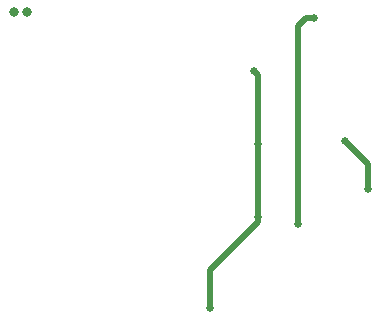
<source format=gbr>
G04 #@! TF.GenerationSoftware,KiCad,Pcbnew,(5.1.5)-3*
G04 #@! TF.CreationDate,2020-04-30T10:37:25-04:00*
G04 #@! TF.ProjectId,Smart Outlet Updated,536d6172-7420-44f7-9574-6c6574205570,rev?*
G04 #@! TF.SameCoordinates,PX4ed8d08PY6a57250*
G04 #@! TF.FileFunction,Copper,L2,Bot*
G04 #@! TF.FilePolarity,Positive*
%FSLAX46Y46*%
G04 Gerber Fmt 4.6, Leading zero omitted, Abs format (unit mm)*
G04 Created by KiCad (PCBNEW (5.1.5)-3) date 2020-04-30 10:37:25*
%MOMM*%
%LPD*%
G04 APERTURE LIST*
%ADD10C,0.800000*%
%ADD11C,0.635000*%
%ADD12C,0.508000*%
G04 APERTURE END LIST*
D10*
X12001500Y37846000D03*
X13144500Y37846000D03*
D11*
X32645600Y26702000D03*
X32658300Y20529300D03*
X28600400Y12852400D03*
X32308800Y32867600D03*
X37439600Y37388800D03*
X36068000Y19913600D03*
X40030400Y26974800D03*
X42011600Y22860000D03*
D12*
X32645600Y20542000D02*
X32658300Y20529300D01*
X32645600Y26702000D02*
X32645600Y20542000D01*
X32658300Y20080288D02*
X28600400Y16022388D01*
X32658300Y20529300D02*
X32658300Y20080288D01*
X28600400Y16022388D02*
X28600400Y12852400D01*
X28600400Y12852400D02*
X28600400Y12852400D01*
X32664400Y32512000D02*
X32308800Y32867600D01*
X32645600Y26702000D02*
X32664400Y26720800D01*
X32664400Y26720800D02*
X32664400Y32512000D01*
X36068000Y19913600D02*
X36068000Y19913600D01*
X36068000Y25298400D02*
X36068000Y19913600D01*
X36068000Y36677600D02*
X36068000Y25298400D01*
X37439600Y37388800D02*
X36779200Y37388800D01*
X36779200Y37388800D02*
X36068000Y36677600D01*
X42011600Y24993600D02*
X42011600Y22860000D01*
X40030400Y26974800D02*
X42011600Y24993600D01*
X42011600Y22860000D02*
X42011600Y22860000D01*
M02*

</source>
